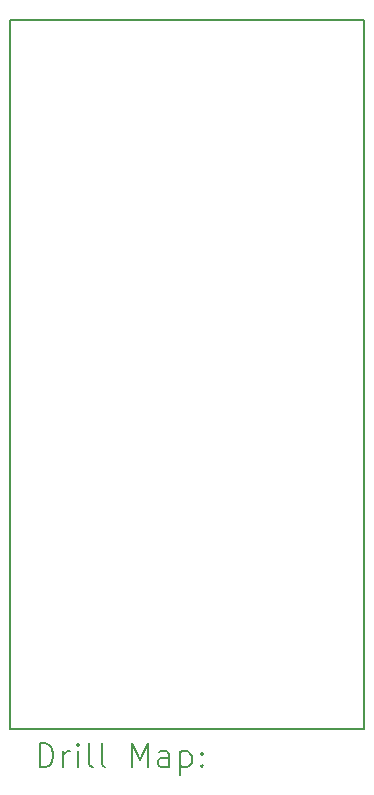
<source format=gbr>
%TF.GenerationSoftware,KiCad,Pcbnew,8.0.8*%
%TF.CreationDate,2025-03-23T13:12:36+08:00*%
%TF.ProjectId,trafficlight,74726166-6669-4636-9c69-6768742e6b69,rev?*%
%TF.SameCoordinates,Original*%
%TF.FileFunction,Drillmap*%
%TF.FilePolarity,Positive*%
%FSLAX45Y45*%
G04 Gerber Fmt 4.5, Leading zero omitted, Abs format (unit mm)*
G04 Created by KiCad (PCBNEW 8.0.8) date 2025-03-23 13:12:36*
%MOMM*%
%LPD*%
G01*
G04 APERTURE LIST*
%ADD10C,0.200000*%
G04 APERTURE END LIST*
D10*
X12903760Y-7038900D02*
X15903760Y-7038900D01*
X15903760Y-13038900D01*
X12903760Y-13038900D01*
X12903760Y-7038900D01*
X13154537Y-13360384D02*
X13154537Y-13160384D01*
X13154537Y-13160384D02*
X13202156Y-13160384D01*
X13202156Y-13160384D02*
X13230727Y-13169908D01*
X13230727Y-13169908D02*
X13249775Y-13188955D01*
X13249775Y-13188955D02*
X13259299Y-13208003D01*
X13259299Y-13208003D02*
X13268822Y-13246098D01*
X13268822Y-13246098D02*
X13268822Y-13274669D01*
X13268822Y-13274669D02*
X13259299Y-13312765D01*
X13259299Y-13312765D02*
X13249775Y-13331812D01*
X13249775Y-13331812D02*
X13230727Y-13350860D01*
X13230727Y-13350860D02*
X13202156Y-13360384D01*
X13202156Y-13360384D02*
X13154537Y-13360384D01*
X13354537Y-13360384D02*
X13354537Y-13227050D01*
X13354537Y-13265146D02*
X13364061Y-13246098D01*
X13364061Y-13246098D02*
X13373584Y-13236574D01*
X13373584Y-13236574D02*
X13392632Y-13227050D01*
X13392632Y-13227050D02*
X13411680Y-13227050D01*
X13478346Y-13360384D02*
X13478346Y-13227050D01*
X13478346Y-13160384D02*
X13468822Y-13169908D01*
X13468822Y-13169908D02*
X13478346Y-13179431D01*
X13478346Y-13179431D02*
X13487870Y-13169908D01*
X13487870Y-13169908D02*
X13478346Y-13160384D01*
X13478346Y-13160384D02*
X13478346Y-13179431D01*
X13602156Y-13360384D02*
X13583108Y-13350860D01*
X13583108Y-13350860D02*
X13573584Y-13331812D01*
X13573584Y-13331812D02*
X13573584Y-13160384D01*
X13706918Y-13360384D02*
X13687870Y-13350860D01*
X13687870Y-13350860D02*
X13678346Y-13331812D01*
X13678346Y-13331812D02*
X13678346Y-13160384D01*
X13935489Y-13360384D02*
X13935489Y-13160384D01*
X13935489Y-13160384D02*
X14002156Y-13303241D01*
X14002156Y-13303241D02*
X14068822Y-13160384D01*
X14068822Y-13160384D02*
X14068822Y-13360384D01*
X14249775Y-13360384D02*
X14249775Y-13255622D01*
X14249775Y-13255622D02*
X14240251Y-13236574D01*
X14240251Y-13236574D02*
X14221203Y-13227050D01*
X14221203Y-13227050D02*
X14183108Y-13227050D01*
X14183108Y-13227050D02*
X14164061Y-13236574D01*
X14249775Y-13350860D02*
X14230727Y-13360384D01*
X14230727Y-13360384D02*
X14183108Y-13360384D01*
X14183108Y-13360384D02*
X14164061Y-13350860D01*
X14164061Y-13350860D02*
X14154537Y-13331812D01*
X14154537Y-13331812D02*
X14154537Y-13312765D01*
X14154537Y-13312765D02*
X14164061Y-13293717D01*
X14164061Y-13293717D02*
X14183108Y-13284193D01*
X14183108Y-13284193D02*
X14230727Y-13284193D01*
X14230727Y-13284193D02*
X14249775Y-13274669D01*
X14345013Y-13227050D02*
X14345013Y-13427050D01*
X14345013Y-13236574D02*
X14364061Y-13227050D01*
X14364061Y-13227050D02*
X14402156Y-13227050D01*
X14402156Y-13227050D02*
X14421203Y-13236574D01*
X14421203Y-13236574D02*
X14430727Y-13246098D01*
X14430727Y-13246098D02*
X14440251Y-13265146D01*
X14440251Y-13265146D02*
X14440251Y-13322288D01*
X14440251Y-13322288D02*
X14430727Y-13341336D01*
X14430727Y-13341336D02*
X14421203Y-13350860D01*
X14421203Y-13350860D02*
X14402156Y-13360384D01*
X14402156Y-13360384D02*
X14364061Y-13360384D01*
X14364061Y-13360384D02*
X14345013Y-13350860D01*
X14525965Y-13341336D02*
X14535489Y-13350860D01*
X14535489Y-13350860D02*
X14525965Y-13360384D01*
X14525965Y-13360384D02*
X14516442Y-13350860D01*
X14516442Y-13350860D02*
X14525965Y-13341336D01*
X14525965Y-13341336D02*
X14525965Y-13360384D01*
X14525965Y-13236574D02*
X14535489Y-13246098D01*
X14535489Y-13246098D02*
X14525965Y-13255622D01*
X14525965Y-13255622D02*
X14516442Y-13246098D01*
X14516442Y-13246098D02*
X14525965Y-13236574D01*
X14525965Y-13236574D02*
X14525965Y-13255622D01*
M02*

</source>
